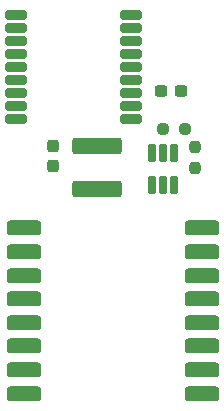
<source format=gbr>
%TF.GenerationSoftware,KiCad,Pcbnew,9.0.6*%
%TF.CreationDate,2025-12-01T19:29:45+01:00*%
%TF.ProjectId,_SSDV,b5535344-562e-46b6-9963-61645f706362,0.1*%
%TF.SameCoordinates,Original*%
%TF.FileFunction,Paste,Top*%
%TF.FilePolarity,Positive*%
%FSLAX46Y46*%
G04 Gerber Fmt 4.6, Leading zero omitted, Abs format (unit mm)*
G04 Created by KiCad (PCBNEW 9.0.6) date 2025-12-01 19:29:45*
%MOMM*%
%LPD*%
G01*
G04 APERTURE LIST*
G04 Aperture macros list*
%AMRoundRect*
0 Rectangle with rounded corners*
0 $1 Rounding radius*
0 $2 $3 $4 $5 $6 $7 $8 $9 X,Y pos of 4 corners*
0 Add a 4 corners polygon primitive as box body*
4,1,4,$2,$3,$4,$5,$6,$7,$8,$9,$2,$3,0*
0 Add four circle primitives for the rounded corners*
1,1,$1+$1,$2,$3*
1,1,$1+$1,$4,$5*
1,1,$1+$1,$6,$7*
1,1,$1+$1,$8,$9*
0 Add four rect primitives between the rounded corners*
20,1,$1+$1,$2,$3,$4,$5,0*
20,1,$1+$1,$4,$5,$6,$7,0*
20,1,$1+$1,$6,$7,$8,$9,0*
20,1,$1+$1,$8,$9,$2,$3,0*%
G04 Aperture macros list end*
%ADD10RoundRect,0.200000X0.700000X0.200000X-0.700000X0.200000X-0.700000X-0.200000X0.700000X-0.200000X0*%
%ADD11RoundRect,0.237500X-0.237500X0.250000X-0.237500X-0.250000X0.237500X-0.250000X0.237500X0.250000X0*%
%ADD12RoundRect,0.237500X-0.300000X-0.237500X0.300000X-0.237500X0.300000X0.237500X-0.300000X0.237500X0*%
%ADD13RoundRect,0.237500X-0.250000X-0.237500X0.250000X-0.237500X0.250000X0.237500X-0.250000X0.237500X0*%
%ADD14RoundRect,0.162500X0.162500X-0.617500X0.162500X0.617500X-0.162500X0.617500X-0.162500X-0.617500X0*%
%ADD15RoundRect,0.249999X-1.850001X0.450001X-1.850001X-0.450001X1.850001X-0.450001X1.850001X0.450001X0*%
%ADD16RoundRect,0.317500X-1.157500X-0.317500X1.157500X-0.317500X1.157500X0.317500X-1.157500X0.317500X0*%
%ADD17RoundRect,0.237500X-0.237500X0.300000X-0.237500X-0.300000X0.237500X-0.300000X0.237500X0.300000X0*%
G04 APERTURE END LIST*
D10*
%TO.C,U2*%
X94750000Y-53200000D03*
X94750000Y-52100000D03*
X94750000Y-51000000D03*
X94750000Y-49900000D03*
X94750000Y-48800000D03*
X94750000Y-47700000D03*
X94750000Y-46600000D03*
X94750000Y-45500000D03*
X94750000Y-44400000D03*
X85050000Y-44400000D03*
X85050000Y-45500000D03*
X85050000Y-46600000D03*
X85050000Y-47700000D03*
X85050000Y-48800000D03*
X85050000Y-49900000D03*
X85050000Y-51000000D03*
X85050000Y-52100000D03*
X85050000Y-53200000D03*
%TD*%
D11*
%TO.C,R2*%
X100175000Y-55600000D03*
X100175000Y-57425000D03*
%TD*%
D12*
%TO.C,C3*%
X97312500Y-50850000D03*
X99037500Y-50850000D03*
%TD*%
D13*
%TO.C,R1*%
X97512500Y-54100000D03*
X99337500Y-54100000D03*
%TD*%
D14*
%TO.C,U4*%
X96525000Y-58800000D03*
X97475000Y-58800000D03*
X98425000Y-58800000D03*
X98425000Y-56100000D03*
X97475000Y-56100000D03*
X96525000Y-56100000D03*
%TD*%
D15*
%TO.C,L1*%
X91925000Y-55500000D03*
X91925000Y-59200000D03*
%TD*%
D16*
%TO.C,U3*%
X85725000Y-62500000D03*
X85725000Y-64500000D03*
X85725000Y-66500000D03*
X85725000Y-68500000D03*
X85725000Y-70500000D03*
X85725000Y-72500000D03*
X85725000Y-74500000D03*
X85725000Y-76500000D03*
X100775000Y-76500000D03*
X100775000Y-74500000D03*
X100775000Y-72500000D03*
X100775000Y-70500000D03*
X100775000Y-68500000D03*
X100775000Y-66500000D03*
X100775000Y-64500000D03*
X100775000Y-62500000D03*
%TD*%
D17*
%TO.C,C2*%
X88175000Y-55487500D03*
X88175000Y-57212500D03*
%TD*%
M02*

</source>
